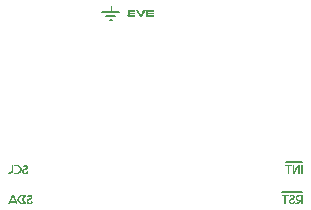
<source format=gbo>
G04 #@! TF.GenerationSoftware,KiCad,Pcbnew,7.0.1*
G04 #@! TF.CreationDate,2023-07-14T19:01:49+02:00*
G04 #@! TF.ProjectId,spectrophotometer_interface,73706563-7472-46f7-9068-6f746f6d6574,rev?*
G04 #@! TF.SameCoordinates,Original*
G04 #@! TF.FileFunction,Legend,Bot*
G04 #@! TF.FilePolarity,Positive*
%FSLAX46Y46*%
G04 Gerber Fmt 4.6, Leading zero omitted, Abs format (unit mm)*
G04 Created by KiCad (PCBNEW 7.0.1) date 2023-07-14 19:01:49*
%MOMM*%
%LPD*%
G01*
G04 APERTURE LIST*
G04 Aperture macros list*
%AMRoundRect*
0 Rectangle with rounded corners*
0 $1 Rounding radius*
0 $2 $3 $4 $5 $6 $7 $8 $9 X,Y pos of 4 corners*
0 Add a 4 corners polygon primitive as box body*
4,1,4,$2,$3,$4,$5,$6,$7,$8,$9,$2,$3,0*
0 Add four circle primitives for the rounded corners*
1,1,$1+$1,$2,$3*
1,1,$1+$1,$4,$5*
1,1,$1+$1,$6,$7*
1,1,$1+$1,$8,$9*
0 Add four rect primitives between the rounded corners*
20,1,$1+$1,$2,$3,$4,$5,0*
20,1,$1+$1,$4,$5,$6,$7,0*
20,1,$1+$1,$6,$7,$8,$9,0*
20,1,$1+$1,$8,$9,$2,$3,0*%
G04 Aperture macros list end*
%ADD10C,0.150000*%
%ADD11C,0.100000*%
%ADD12C,0.120000*%
%ADD13O,2.000000X2.000000*%
%ADD14O,1.700000X1.700000*%
%ADD15R,2.000000X2.000000*%
%ADD16C,2.200000*%
%ADD17O,1.700000X1.950000*%
%ADD18RoundRect,0.250000X-0.600000X-0.725000X0.600000X-0.725000X0.600000X0.725000X-0.600000X0.725000X0*%
G04 APERTURE END LIST*
D10*
X113444840Y-61525000D02*
X114869840Y-61525000D01*
X113144840Y-64050000D02*
X114869840Y-64050000D01*
D11*
G36*
X101802633Y-49233705D02*
G01*
X101790034Y-49233493D01*
X101777789Y-49232863D01*
X101765901Y-49231819D01*
X101754372Y-49230368D01*
X101743206Y-49228515D01*
X101732406Y-49226266D01*
X101721975Y-49223627D01*
X101711915Y-49220604D01*
X101702230Y-49217202D01*
X101692924Y-49213427D01*
X101683998Y-49209285D01*
X101675457Y-49204781D01*
X101667302Y-49199922D01*
X101659538Y-49194713D01*
X101652166Y-49189160D01*
X101645191Y-49183268D01*
X101638615Y-49177044D01*
X101632442Y-49170493D01*
X101626673Y-49163621D01*
X101621313Y-49156434D01*
X101616365Y-49148937D01*
X101611830Y-49141137D01*
X101607713Y-49133038D01*
X101604017Y-49124647D01*
X101600744Y-49115970D01*
X101597898Y-49107011D01*
X101595481Y-49097778D01*
X101593497Y-49088276D01*
X101591948Y-49078510D01*
X101590838Y-49068486D01*
X101590170Y-49058211D01*
X101589947Y-49047689D01*
X101590055Y-49040516D01*
X101590378Y-49033487D01*
X101590910Y-49026605D01*
X101592586Y-49013293D01*
X101595050Y-49000596D01*
X101598266Y-48988536D01*
X101602201Y-48977130D01*
X101606818Y-48966398D01*
X101612085Y-48956358D01*
X101617966Y-48947030D01*
X101624427Y-48938433D01*
X101631433Y-48930586D01*
X101638950Y-48923508D01*
X101646942Y-48917218D01*
X101655377Y-48911734D01*
X101664218Y-48907077D01*
X101673431Y-48903264D01*
X101678167Y-48901681D01*
X101669936Y-48898000D01*
X101662174Y-48893578D01*
X101654890Y-48888437D01*
X101648092Y-48882602D01*
X101641790Y-48876095D01*
X101635990Y-48868941D01*
X101630703Y-48861162D01*
X101625936Y-48852783D01*
X101621698Y-48843827D01*
X101617997Y-48834318D01*
X101614842Y-48824279D01*
X101612242Y-48813733D01*
X101610205Y-48802704D01*
X101608739Y-48791216D01*
X101607854Y-48779292D01*
X101607557Y-48766956D01*
X101607716Y-48758096D01*
X101608197Y-48749377D01*
X101609004Y-48740809D01*
X101610144Y-48732401D01*
X101611621Y-48724161D01*
X101613439Y-48716100D01*
X101615606Y-48708226D01*
X101618125Y-48700548D01*
X101621001Y-48693076D01*
X101624240Y-48685819D01*
X101627847Y-48678785D01*
X101631828Y-48671985D01*
X101636186Y-48665427D01*
X101640928Y-48659121D01*
X101646058Y-48653075D01*
X101651581Y-48647299D01*
X101657504Y-48641802D01*
X101663830Y-48636593D01*
X101670565Y-48631682D01*
X101677714Y-48627077D01*
X101685283Y-48622787D01*
X101693276Y-48618823D01*
X101701698Y-48615193D01*
X101710555Y-48611905D01*
X101719852Y-48608971D01*
X101729594Y-48606397D01*
X101739786Y-48604195D01*
X101750433Y-48602372D01*
X101761540Y-48600939D01*
X101773113Y-48599903D01*
X101785156Y-48599275D01*
X101797675Y-48599064D01*
X102263226Y-48599064D01*
X102263226Y-48757895D01*
X101820243Y-48757895D01*
X101812314Y-48758317D01*
X101805079Y-48759575D01*
X101798558Y-48761659D01*
X101791005Y-48765703D01*
X101784797Y-48771169D01*
X101779978Y-48778031D01*
X101776594Y-48786262D01*
X101775022Y-48793320D01*
X101774301Y-48801122D01*
X101774252Y-48803886D01*
X101774686Y-48811955D01*
X101775977Y-48819319D01*
X101778104Y-48825960D01*
X101782211Y-48833654D01*
X101787730Y-48839979D01*
X101794616Y-48844891D01*
X101802825Y-48848343D01*
X101809824Y-48849946D01*
X101817524Y-48850682D01*
X101820243Y-48850732D01*
X102256388Y-48850732D01*
X102256388Y-48982037D01*
X101810498Y-48982037D01*
X101801997Y-48982505D01*
X101794209Y-48983891D01*
X101787160Y-48986164D01*
X101780877Y-48989295D01*
X101773739Y-48994753D01*
X101768076Y-49001613D01*
X101764835Y-49007637D01*
X101762486Y-49014380D01*
X101761057Y-49021814D01*
X101760575Y-49029908D01*
X101761057Y-49037515D01*
X101762486Y-49044454D01*
X101765817Y-49052639D01*
X101770719Y-49059565D01*
X101777128Y-49065189D01*
X101784979Y-49069470D01*
X101791776Y-49071774D01*
X101799321Y-49073280D01*
X101807587Y-49073972D01*
X101810498Y-49074019D01*
X102263226Y-49074019D01*
X102263226Y-49233705D01*
X101802633Y-49233705D01*
G37*
G36*
X101158760Y-49233705D02*
G01*
X101149592Y-49233294D01*
X101140842Y-49232062D01*
X101132516Y-49230009D01*
X101124617Y-49227132D01*
X101117149Y-49223431D01*
X101110118Y-49218906D01*
X101103527Y-49213555D01*
X101097379Y-49207378D01*
X101091681Y-49200373D01*
X101086435Y-49192541D01*
X101083192Y-49186859D01*
X100756981Y-48599064D01*
X100950006Y-48599064D01*
X101178422Y-49028711D01*
X101406667Y-48599064D01*
X101599692Y-48599064D01*
X101274336Y-49186859D01*
X101269413Y-49195244D01*
X101263982Y-49202800D01*
X101258059Y-49209529D01*
X101251658Y-49215430D01*
X101244795Y-49220506D01*
X101237485Y-49224756D01*
X101229744Y-49228182D01*
X101221586Y-49230785D01*
X101213028Y-49232564D01*
X101204083Y-49233522D01*
X101197912Y-49233705D01*
X101158760Y-49233705D01*
G37*
G36*
X100258432Y-49233705D02*
G01*
X100245833Y-49233493D01*
X100233588Y-49232863D01*
X100221700Y-49231819D01*
X100210171Y-49230368D01*
X100199005Y-49228515D01*
X100188205Y-49226266D01*
X100177774Y-49223627D01*
X100167714Y-49220604D01*
X100158030Y-49217202D01*
X100148723Y-49213427D01*
X100139797Y-49209285D01*
X100131256Y-49204781D01*
X100123101Y-49199922D01*
X100115337Y-49194713D01*
X100107965Y-49189160D01*
X100100990Y-49183268D01*
X100094414Y-49177044D01*
X100088241Y-49170493D01*
X100082472Y-49163621D01*
X100077112Y-49156434D01*
X100072164Y-49148937D01*
X100067629Y-49141137D01*
X100063512Y-49133038D01*
X100059816Y-49124647D01*
X100056543Y-49115970D01*
X100053697Y-49107011D01*
X100051280Y-49097778D01*
X100049296Y-49088276D01*
X100047747Y-49078510D01*
X100046637Y-49068486D01*
X100045969Y-49058211D01*
X100045746Y-49047689D01*
X100045854Y-49040516D01*
X100046177Y-49033487D01*
X100046709Y-49026605D01*
X100048386Y-49013293D01*
X100050849Y-49000596D01*
X100054065Y-48988536D01*
X100058000Y-48977130D01*
X100062618Y-48966398D01*
X100067884Y-48956358D01*
X100073765Y-48947030D01*
X100080226Y-48938433D01*
X100087232Y-48930586D01*
X100094749Y-48923508D01*
X100102741Y-48917218D01*
X100111176Y-48911734D01*
X100120017Y-48907077D01*
X100129231Y-48903264D01*
X100133966Y-48901681D01*
X100125735Y-48898000D01*
X100117973Y-48893578D01*
X100110689Y-48888437D01*
X100103891Y-48882602D01*
X100097589Y-48876095D01*
X100091789Y-48868941D01*
X100086502Y-48861162D01*
X100081735Y-48852783D01*
X100077497Y-48843827D01*
X100073796Y-48834318D01*
X100070641Y-48824279D01*
X100068041Y-48813733D01*
X100066004Y-48802704D01*
X100064538Y-48791216D01*
X100063653Y-48779292D01*
X100063356Y-48766956D01*
X100063515Y-48758096D01*
X100063996Y-48749377D01*
X100064803Y-48740809D01*
X100065943Y-48732401D01*
X100067420Y-48724161D01*
X100069239Y-48716100D01*
X100071405Y-48708226D01*
X100073924Y-48700548D01*
X100076800Y-48693076D01*
X100080039Y-48685819D01*
X100083646Y-48678785D01*
X100087627Y-48671985D01*
X100091985Y-48665427D01*
X100096727Y-48659121D01*
X100101857Y-48653075D01*
X100107380Y-48647299D01*
X100113303Y-48641802D01*
X100119629Y-48636593D01*
X100126364Y-48631682D01*
X100133513Y-48627077D01*
X100141082Y-48622787D01*
X100149075Y-48618823D01*
X100157497Y-48615193D01*
X100166354Y-48611905D01*
X100175651Y-48608971D01*
X100185393Y-48606397D01*
X100195585Y-48604195D01*
X100206232Y-48602372D01*
X100217339Y-48600939D01*
X100228912Y-48599903D01*
X100240955Y-48599275D01*
X100253474Y-48599064D01*
X100719026Y-48599064D01*
X100719026Y-48757895D01*
X100276042Y-48757895D01*
X100268113Y-48758317D01*
X100260878Y-48759575D01*
X100254357Y-48761659D01*
X100246804Y-48765703D01*
X100240596Y-48771169D01*
X100235777Y-48778031D01*
X100232393Y-48786262D01*
X100230821Y-48793320D01*
X100230100Y-48801122D01*
X100230051Y-48803886D01*
X100230486Y-48811955D01*
X100231776Y-48819319D01*
X100233903Y-48825960D01*
X100238010Y-48833654D01*
X100243529Y-48839979D01*
X100250415Y-48844891D01*
X100258624Y-48848343D01*
X100265623Y-48849946D01*
X100273323Y-48850682D01*
X100276042Y-48850732D01*
X100712187Y-48850732D01*
X100712187Y-48982037D01*
X100266297Y-48982037D01*
X100257796Y-48982505D01*
X100250008Y-48983891D01*
X100242959Y-48986164D01*
X100236676Y-48989295D01*
X100229538Y-48994753D01*
X100223875Y-49001613D01*
X100220634Y-49007637D01*
X100218285Y-49014380D01*
X100216856Y-49021814D01*
X100216374Y-49029908D01*
X100216856Y-49037515D01*
X100218285Y-49044454D01*
X100221616Y-49052639D01*
X100226518Y-49059565D01*
X100232927Y-49065189D01*
X100240778Y-49069470D01*
X100247575Y-49071774D01*
X100255120Y-49073280D01*
X100263386Y-49073972D01*
X100266297Y-49074019D01*
X100719026Y-49074019D01*
X100719026Y-49233705D01*
X100258432Y-49233705D01*
G37*
D10*
X97909840Y-48782500D02*
X98619840Y-48782500D01*
X98709840Y-49432500D02*
X98634840Y-49432500D01*
X98234840Y-49107500D02*
X98634840Y-49107500D01*
X98559840Y-49432500D02*
X98634840Y-49432500D01*
D12*
X98619840Y-48782500D02*
X98619840Y-48275000D01*
D10*
X99034840Y-49107500D02*
X98634840Y-49107500D01*
X98619840Y-48782500D02*
X99329840Y-48782500D01*
D11*
G36*
X114824374Y-64268130D02*
G01*
X114834019Y-64270323D01*
X114843042Y-64273847D01*
X114851336Y-64278596D01*
X114858797Y-64284461D01*
X114865320Y-64291335D01*
X114870799Y-64299112D01*
X114875128Y-64307684D01*
X114878203Y-64316944D01*
X114879918Y-64326784D01*
X114880254Y-64333613D01*
X114880254Y-64984276D01*
X114879762Y-64993945D01*
X114878266Y-65002832D01*
X114875734Y-65010988D01*
X114872135Y-65018461D01*
X114867438Y-65025301D01*
X114861610Y-65031557D01*
X114858956Y-65033907D01*
X114858956Y-65036056D01*
X114852088Y-65041485D01*
X114845022Y-65046038D01*
X114837729Y-65049697D01*
X114830185Y-65052443D01*
X114822362Y-65054259D01*
X114814233Y-65055127D01*
X114810889Y-65055205D01*
X114803021Y-65054716D01*
X114795201Y-65053246D01*
X114787480Y-65050785D01*
X114779907Y-65047324D01*
X114772530Y-65042854D01*
X114765399Y-65037366D01*
X114762627Y-65034883D01*
X114756320Y-65027473D01*
X114751486Y-65019566D01*
X114747930Y-65010885D01*
X114745457Y-65001154D01*
X114744195Y-64992998D01*
X114743352Y-64983979D01*
X114742843Y-64973979D01*
X114742589Y-64962881D01*
X114742519Y-64954815D01*
X114742501Y-64946174D01*
X114742537Y-64938139D01*
X114742710Y-64929464D01*
X114743060Y-64920330D01*
X114743567Y-64911412D01*
X114743674Y-64909831D01*
X114743674Y-64900783D01*
X114743674Y-64892119D01*
X114743674Y-64882187D01*
X114743674Y-64873903D01*
X114743674Y-64864903D01*
X114743674Y-64855186D01*
X114743674Y-64844751D01*
X114743674Y-64833597D01*
X114743674Y-64825761D01*
X114743674Y-64817605D01*
X114725697Y-64817605D01*
X114718662Y-64831765D01*
X114711022Y-64845518D01*
X114702809Y-64858863D01*
X114694057Y-64871796D01*
X114684797Y-64884315D01*
X114675062Y-64896417D01*
X114664883Y-64908098D01*
X114654293Y-64919357D01*
X114643324Y-64930189D01*
X114632008Y-64940593D01*
X114620378Y-64950565D01*
X114608465Y-64960102D01*
X114596303Y-64969203D01*
X114583922Y-64977863D01*
X114571355Y-64986080D01*
X114558635Y-64993851D01*
X114545794Y-65001173D01*
X114532863Y-65008043D01*
X114519876Y-65014460D01*
X114506863Y-65020418D01*
X114493859Y-65025917D01*
X114480893Y-65030952D01*
X114468000Y-65035521D01*
X114455211Y-65039622D01*
X114442558Y-65043251D01*
X114430073Y-65046405D01*
X114417789Y-65049082D01*
X114405738Y-65051278D01*
X114393952Y-65052992D01*
X114382463Y-65054219D01*
X114371303Y-65054958D01*
X114360505Y-65055205D01*
X114349791Y-65054941D01*
X114339506Y-65054149D01*
X114329687Y-65052827D01*
X114320370Y-65050973D01*
X114311592Y-65048586D01*
X114303387Y-65045663D01*
X114295793Y-65042203D01*
X114288845Y-65038205D01*
X114279713Y-65031194D01*
X114272239Y-65022961D01*
X114266543Y-65013501D01*
X114262748Y-65002808D01*
X114261334Y-64994991D01*
X114260854Y-64986621D01*
X114261375Y-64976385D01*
X114262906Y-64967378D01*
X114265402Y-64959508D01*
X114273102Y-64946818D01*
X114284106Y-64937586D01*
X114298044Y-64931082D01*
X114305999Y-64928626D01*
X114314548Y-64926579D01*
X114323647Y-64924849D01*
X114333248Y-64923345D01*
X114343307Y-64921977D01*
X114353775Y-64920654D01*
X114364609Y-64919283D01*
X114375760Y-64917775D01*
X114387184Y-64916037D01*
X114398834Y-64913980D01*
X114410663Y-64911511D01*
X114422626Y-64908539D01*
X114434677Y-64904974D01*
X114446769Y-64900724D01*
X114458856Y-64895699D01*
X114470892Y-64889806D01*
X114482831Y-64882955D01*
X114494627Y-64875055D01*
X114506234Y-64866015D01*
X114517605Y-64855743D01*
X114528694Y-64844149D01*
X114539455Y-64831141D01*
X114549842Y-64816628D01*
X114536492Y-64814984D01*
X114523340Y-64812806D01*
X114510402Y-64810104D01*
X114497692Y-64806889D01*
X114485226Y-64803169D01*
X114473018Y-64798955D01*
X114461082Y-64794258D01*
X114449434Y-64789087D01*
X114438089Y-64783451D01*
X114427060Y-64777362D01*
X114416363Y-64770829D01*
X114406012Y-64763861D01*
X114396023Y-64756470D01*
X114386410Y-64748665D01*
X114377187Y-64740455D01*
X114368370Y-64731851D01*
X114359973Y-64722864D01*
X114352011Y-64713502D01*
X114344498Y-64703776D01*
X114337450Y-64693696D01*
X114330882Y-64683271D01*
X114324806Y-64672513D01*
X114319240Y-64661430D01*
X114314197Y-64650033D01*
X114309692Y-64638332D01*
X114305740Y-64626336D01*
X114302355Y-64614057D01*
X114299553Y-64601502D01*
X114297348Y-64588684D01*
X114295755Y-64575611D01*
X114294788Y-64562294D01*
X114294462Y-64548743D01*
X114294597Y-64543570D01*
X114431042Y-64543570D01*
X114431238Y-64549915D01*
X114431767Y-64561369D01*
X114433368Y-64572939D01*
X114436068Y-64584507D01*
X114439890Y-64595955D01*
X114444860Y-64607164D01*
X114451001Y-64618017D01*
X114458339Y-64628397D01*
X114466898Y-64638184D01*
X114476702Y-64647262D01*
X114487777Y-64655512D01*
X114500146Y-64662816D01*
X114513835Y-64669057D01*
X114521182Y-64671741D01*
X114528868Y-64674116D01*
X114536896Y-64676165D01*
X114545270Y-64677875D01*
X114553992Y-64679231D01*
X114563065Y-64680218D01*
X114572493Y-64680820D01*
X114582278Y-64681024D01*
X114743674Y-64681024D01*
X114743674Y-64404151D01*
X114582278Y-64404151D01*
X114570555Y-64404512D01*
X114559276Y-64405573D01*
X114548444Y-64407303D01*
X114538064Y-64409668D01*
X114528140Y-64412636D01*
X114518675Y-64416176D01*
X114509674Y-64420254D01*
X114501140Y-64424838D01*
X114493079Y-64429897D01*
X114485493Y-64435397D01*
X114478387Y-64441306D01*
X114471764Y-64447592D01*
X114465629Y-64454223D01*
X114459986Y-64461167D01*
X114454839Y-64468390D01*
X114450191Y-64475860D01*
X114446276Y-64483308D01*
X114442926Y-64490471D01*
X114438867Y-64500638D01*
X114435839Y-64510054D01*
X114433694Y-64518653D01*
X114432288Y-64526370D01*
X114431310Y-64535173D01*
X114431042Y-64543570D01*
X114294597Y-64543570D01*
X114294843Y-64534131D01*
X114295973Y-64519726D01*
X114297832Y-64505545D01*
X114300402Y-64491605D01*
X114303662Y-64477922D01*
X114307595Y-64464513D01*
X114312179Y-64451395D01*
X114317397Y-64438586D01*
X114323228Y-64426101D01*
X114329653Y-64413958D01*
X114336654Y-64402174D01*
X114344210Y-64390765D01*
X114352302Y-64379748D01*
X114360912Y-64369141D01*
X114370019Y-64358959D01*
X114379605Y-64349221D01*
X114389650Y-64339941D01*
X114400135Y-64331139D01*
X114411040Y-64322830D01*
X114422346Y-64315031D01*
X114434034Y-64307759D01*
X114446085Y-64301031D01*
X114458479Y-64294864D01*
X114471196Y-64289274D01*
X114484218Y-64284279D01*
X114497526Y-64279895D01*
X114511099Y-64276140D01*
X114524919Y-64273029D01*
X114538966Y-64270581D01*
X114553221Y-64268811D01*
X114567665Y-64267737D01*
X114582278Y-64267375D01*
X114814211Y-64267375D01*
X114824374Y-64268130D01*
G37*
G36*
X114220603Y-64915302D02*
G01*
X114216255Y-64925479D01*
X114211608Y-64935312D01*
X114206669Y-64944802D01*
X114201450Y-64953950D01*
X114195958Y-64962758D01*
X114190203Y-64971228D01*
X114184195Y-64979359D01*
X114177943Y-64987155D01*
X114171456Y-64994617D01*
X114164743Y-65001745D01*
X114157813Y-65008541D01*
X114150677Y-65015007D01*
X114143342Y-65021144D01*
X114135819Y-65026953D01*
X114128116Y-65032436D01*
X114120244Y-65037595D01*
X114112210Y-65042429D01*
X114104025Y-65046942D01*
X114095698Y-65051134D01*
X114087237Y-65055007D01*
X114078653Y-65058562D01*
X114069954Y-65061801D01*
X114061150Y-65064724D01*
X114052250Y-65067334D01*
X114043263Y-65069632D01*
X114034198Y-65071619D01*
X114025066Y-65073296D01*
X114015875Y-65074665D01*
X114006634Y-65075727D01*
X113997352Y-65076485D01*
X113988039Y-65076938D01*
X113978705Y-65077089D01*
X113967366Y-65076859D01*
X113956039Y-65076173D01*
X113944744Y-65075030D01*
X113933500Y-65073433D01*
X113922327Y-65071384D01*
X113911243Y-65068884D01*
X113900268Y-65065935D01*
X113889422Y-65062538D01*
X113878723Y-65058695D01*
X113868192Y-65054408D01*
X113857847Y-65049678D01*
X113847707Y-65044507D01*
X113837792Y-65038897D01*
X113828122Y-65032850D01*
X113818715Y-65026366D01*
X113809591Y-65019447D01*
X113800770Y-65012096D01*
X113792270Y-65004314D01*
X113784111Y-64996102D01*
X113776312Y-64987463D01*
X113768892Y-64978397D01*
X113761872Y-64968907D01*
X113755269Y-64958994D01*
X113749105Y-64948660D01*
X113743396Y-64937906D01*
X113738165Y-64926734D01*
X113733428Y-64915146D01*
X113729206Y-64903143D01*
X113725519Y-64890727D01*
X113722385Y-64877900D01*
X113719823Y-64864663D01*
X113717854Y-64851017D01*
X113717097Y-64842719D01*
X113716413Y-64834526D01*
X113715877Y-64826486D01*
X113715562Y-64818651D01*
X113715509Y-64814283D01*
X113715645Y-64804886D01*
X113716075Y-64795254D01*
X113716833Y-64785415D01*
X113717951Y-64775400D01*
X113719464Y-64765238D01*
X113721403Y-64754960D01*
X113723802Y-64744594D01*
X113726695Y-64734172D01*
X113730115Y-64723722D01*
X113734094Y-64713274D01*
X113738667Y-64702858D01*
X113743866Y-64692504D01*
X113749724Y-64682241D01*
X113756275Y-64672100D01*
X113763551Y-64662111D01*
X113771587Y-64652301D01*
X113780279Y-64642857D01*
X113789578Y-64633881D01*
X113799484Y-64625393D01*
X113810000Y-64617411D01*
X113821128Y-64609957D01*
X113832868Y-64603048D01*
X113845224Y-64596706D01*
X113858196Y-64590948D01*
X113871786Y-64585794D01*
X113885996Y-64581265D01*
X113900828Y-64577379D01*
X113908477Y-64575683D01*
X113916283Y-64574156D01*
X113924245Y-64572799D01*
X113932363Y-64571615D01*
X113940638Y-64570607D01*
X113949070Y-64569776D01*
X113957659Y-64569126D01*
X113966406Y-64568659D01*
X113975310Y-64568377D01*
X113984371Y-64568282D01*
X113993828Y-64567826D01*
X114002836Y-64566465D01*
X114011368Y-64564212D01*
X114019396Y-64561077D01*
X114026893Y-64557072D01*
X114033831Y-64552208D01*
X114040182Y-64546497D01*
X114045921Y-64539950D01*
X114051188Y-64533120D01*
X114055674Y-64526564D01*
X114061070Y-64517282D01*
X114065051Y-64508715D01*
X114067822Y-64500921D01*
X114069989Y-64491833D01*
X114070930Y-64482768D01*
X114070655Y-64474848D01*
X114070540Y-64473320D01*
X114069881Y-64461946D01*
X114067863Y-64450620D01*
X114064424Y-64439576D01*
X114059505Y-64429048D01*
X114053044Y-64419269D01*
X114047850Y-64413282D01*
X114041925Y-64407801D01*
X114035253Y-64402896D01*
X114027814Y-64398635D01*
X114019591Y-64395089D01*
X114010565Y-64392326D01*
X114000719Y-64390416D01*
X113990034Y-64389428D01*
X113984371Y-64389301D01*
X113969961Y-64390220D01*
X113957616Y-64392819D01*
X113947069Y-64396856D01*
X113938051Y-64402093D01*
X113930292Y-64408289D01*
X113923523Y-64415205D01*
X113917475Y-64422601D01*
X113911880Y-64430236D01*
X113906468Y-64437871D01*
X113900970Y-64445267D01*
X113895117Y-64452183D01*
X113888640Y-64458379D01*
X113881271Y-64463616D01*
X113872739Y-64467653D01*
X113862776Y-64470252D01*
X113851113Y-64471171D01*
X113836989Y-64470551D01*
X113824417Y-64468742D01*
X113813358Y-64465824D01*
X113803776Y-64461877D01*
X113795634Y-64456979D01*
X113788894Y-64451210D01*
X113783519Y-64444648D01*
X113779473Y-64437374D01*
X113776718Y-64429466D01*
X113775217Y-64421003D01*
X113774932Y-64412066D01*
X113775828Y-64402732D01*
X113777866Y-64393081D01*
X113781011Y-64383193D01*
X113785223Y-64373146D01*
X113790467Y-64363020D01*
X113796705Y-64352894D01*
X113803901Y-64342848D01*
X113812017Y-64332959D01*
X113821015Y-64323309D01*
X113830860Y-64313975D01*
X113841513Y-64305037D01*
X113852939Y-64296575D01*
X113865099Y-64288667D01*
X113877956Y-64281392D01*
X113891474Y-64274831D01*
X113905615Y-64269062D01*
X113920342Y-64264164D01*
X113935618Y-64260216D01*
X113951407Y-64257299D01*
X113967670Y-64255490D01*
X113984371Y-64254870D01*
X113993417Y-64255013D01*
X114002271Y-64255441D01*
X114010935Y-64256145D01*
X114019408Y-64257120D01*
X114027691Y-64258361D01*
X114035784Y-64259859D01*
X114043687Y-64261610D01*
X114051401Y-64263607D01*
X114058926Y-64265844D01*
X114073408Y-64271013D01*
X114087137Y-64277066D01*
X114100115Y-64283954D01*
X114112342Y-64291627D01*
X114123822Y-64300036D01*
X114134556Y-64309130D01*
X114144546Y-64318860D01*
X114153794Y-64329175D01*
X114162303Y-64340027D01*
X114170074Y-64351365D01*
X114177110Y-64363140D01*
X114180352Y-64369175D01*
X114184871Y-64378082D01*
X114188972Y-64386661D01*
X114192649Y-64394906D01*
X114195897Y-64402807D01*
X114198710Y-64410359D01*
X114201772Y-64419869D01*
X114204037Y-64428725D01*
X114205490Y-64436907D01*
X114206144Y-64446161D01*
X114206221Y-64454621D01*
X114206464Y-64462940D01*
X114206893Y-64470962D01*
X114207316Y-64476642D01*
X114207099Y-64486407D01*
X114206446Y-64496197D01*
X114205357Y-64505990D01*
X114203828Y-64515764D01*
X114201860Y-64525498D01*
X114199449Y-64535168D01*
X114196595Y-64544753D01*
X114193297Y-64554232D01*
X114189552Y-64563582D01*
X114185358Y-64572781D01*
X114180715Y-64581807D01*
X114175621Y-64590639D01*
X114170074Y-64599253D01*
X114164073Y-64607630D01*
X114157616Y-64615745D01*
X114150701Y-64623579D01*
X114143327Y-64631107D01*
X114135492Y-64638309D01*
X114127195Y-64645163D01*
X114118435Y-64651646D01*
X114109209Y-64657737D01*
X114099516Y-64663413D01*
X114089354Y-64668653D01*
X114078722Y-64673435D01*
X114067619Y-64677736D01*
X114056042Y-64681535D01*
X114043991Y-64684810D01*
X114031463Y-64687539D01*
X114018457Y-64689699D01*
X114004972Y-64691270D01*
X113991005Y-64692228D01*
X113976556Y-64692553D01*
X113961799Y-64693270D01*
X113947975Y-64695362D01*
X113935086Y-64698735D01*
X113923133Y-64703299D01*
X113912119Y-64708963D01*
X113902045Y-64715634D01*
X113892914Y-64723220D01*
X113884726Y-64731632D01*
X113877486Y-64740775D01*
X113871193Y-64750560D01*
X113865851Y-64760895D01*
X113861460Y-64771687D01*
X113858024Y-64782846D01*
X113855543Y-64794280D01*
X113854020Y-64805897D01*
X113853457Y-64817605D01*
X113853856Y-64829313D01*
X113855218Y-64840930D01*
X113857546Y-64852364D01*
X113860842Y-64863523D01*
X113865107Y-64874315D01*
X113870343Y-64884650D01*
X113876553Y-64894435D01*
X113883737Y-64903579D01*
X113891899Y-64911990D01*
X113901040Y-64919576D01*
X113911162Y-64926247D01*
X113922267Y-64931911D01*
X113934357Y-64936475D01*
X113947434Y-64939849D01*
X113961499Y-64941940D01*
X113976556Y-64942657D01*
X113986534Y-64942273D01*
X113996300Y-64941139D01*
X114005824Y-64939283D01*
X114015076Y-64936735D01*
X114024027Y-64933522D01*
X114032647Y-64929674D01*
X114040908Y-64925220D01*
X114048778Y-64920187D01*
X114056230Y-64914605D01*
X114063233Y-64908502D01*
X114069759Y-64901906D01*
X114075776Y-64894847D01*
X114081257Y-64887353D01*
X114086171Y-64879452D01*
X114090490Y-64871173D01*
X114094183Y-64862546D01*
X114097903Y-64854263D01*
X114102116Y-64846880D01*
X114106791Y-64840377D01*
X114113687Y-64833043D01*
X114121272Y-64827199D01*
X114129471Y-64822800D01*
X114138206Y-64819803D01*
X114147404Y-64818164D01*
X114154560Y-64817800D01*
X114162918Y-64818271D01*
X114171089Y-64819657D01*
X114178994Y-64821922D01*
X114186556Y-64825030D01*
X114193696Y-64828944D01*
X114200337Y-64833627D01*
X114206401Y-64839043D01*
X114211810Y-64845156D01*
X114216633Y-64851648D01*
X114221127Y-64859556D01*
X114224173Y-64867017D01*
X114226308Y-64875053D01*
X114227363Y-64883549D01*
X114227442Y-64886579D01*
X114226761Y-64895225D01*
X114225003Y-64903183D01*
X114222187Y-64911471D01*
X114220603Y-64915302D01*
G37*
G36*
X113713750Y-64335763D02*
G01*
X113713134Y-64345487D01*
X113711292Y-64354989D01*
X113708234Y-64364109D01*
X113703972Y-64372685D01*
X113698516Y-64380559D01*
X113691876Y-64387569D01*
X113684064Y-64393555D01*
X113675090Y-64398356D01*
X113664964Y-64401813D01*
X113653697Y-64403765D01*
X113645558Y-64404151D01*
X113478691Y-64404151D01*
X113478691Y-64986621D01*
X113478305Y-64994797D01*
X113476353Y-65006118D01*
X113472896Y-65016297D01*
X113468095Y-65025321D01*
X113462109Y-65033180D01*
X113455099Y-65039861D01*
X113447226Y-65045354D01*
X113438649Y-65049646D01*
X113429529Y-65052726D01*
X113420027Y-65054583D01*
X113410303Y-65055205D01*
X113400579Y-65054583D01*
X113391077Y-65052726D01*
X113381957Y-65049646D01*
X113373380Y-65045354D01*
X113365507Y-65039861D01*
X113358497Y-65033180D01*
X113352511Y-65025321D01*
X113347710Y-65016297D01*
X113344253Y-65006118D01*
X113342301Y-64994797D01*
X113341915Y-64986621D01*
X113341915Y-64404151D01*
X113175048Y-64404151D01*
X113166713Y-64403765D01*
X113158926Y-64402641D01*
X113148271Y-64399678D01*
X113138840Y-64395330D01*
X113130630Y-64389764D01*
X113123635Y-64383146D01*
X113117851Y-64375641D01*
X113113273Y-64367417D01*
X113109896Y-64358638D01*
X113107716Y-64349472D01*
X113106726Y-64340085D01*
X113106660Y-64336935D01*
X113107689Y-64328706D01*
X113107833Y-64323453D01*
X113109173Y-64315329D01*
X113112601Y-64307103D01*
X113116542Y-64300233D01*
X113121649Y-64292703D01*
X113124637Y-64288673D01*
X113130338Y-64282450D01*
X113136825Y-64277326D01*
X113144111Y-64273282D01*
X113152211Y-64270301D01*
X113161138Y-64268365D01*
X113170904Y-64267455D01*
X113175048Y-64267375D01*
X113645558Y-64267375D01*
X113653891Y-64267761D01*
X113661671Y-64268887D01*
X113672312Y-64271860D01*
X113681721Y-64276231D01*
X113689906Y-64281840D01*
X113696873Y-64288526D01*
X113702630Y-64296130D01*
X113707183Y-64304490D01*
X113710538Y-64313446D01*
X113712704Y-64322839D01*
X113713685Y-64332507D01*
X113713750Y-64335763D01*
G37*
G36*
X114880254Y-61796154D02*
G01*
X114880254Y-62446621D01*
X114879868Y-62454797D01*
X114877917Y-62466118D01*
X114874463Y-62476297D01*
X114869666Y-62485321D01*
X114863688Y-62493180D01*
X114856692Y-62499861D01*
X114848837Y-62505354D01*
X114840285Y-62509646D01*
X114831197Y-62512726D01*
X114821736Y-62514583D01*
X114812062Y-62515205D01*
X114802337Y-62514583D01*
X114792835Y-62512726D01*
X114783716Y-62509646D01*
X114775139Y-62505354D01*
X114767266Y-62499861D01*
X114760256Y-62493180D01*
X114754270Y-62485321D01*
X114749468Y-62476297D01*
X114746011Y-62466118D01*
X114744060Y-62454797D01*
X114743674Y-62446621D01*
X114743674Y-61796154D01*
X114744060Y-61787782D01*
X114745186Y-61779959D01*
X114748159Y-61769250D01*
X114752530Y-61759768D01*
X114758139Y-61751510D01*
X114764825Y-61744472D01*
X114772428Y-61738649D01*
X114780789Y-61734039D01*
X114789745Y-61730637D01*
X114799137Y-61728439D01*
X114808805Y-61727441D01*
X114812062Y-61727375D01*
X114821736Y-61727973D01*
X114831197Y-61729770D01*
X114840285Y-61732771D01*
X114848837Y-61736978D01*
X114856692Y-61742396D01*
X114863688Y-61749029D01*
X114869666Y-61756880D01*
X114874463Y-61765953D01*
X114877917Y-61776252D01*
X114879868Y-61787782D01*
X114880254Y-61796154D01*
G37*
G36*
X114654378Y-61816475D02*
G01*
X114654378Y-62446621D01*
X114653993Y-62454991D01*
X114652867Y-62462808D01*
X114649895Y-62473501D01*
X114645528Y-62482961D01*
X114639926Y-62491194D01*
X114633251Y-62498205D01*
X114625665Y-62504000D01*
X114617327Y-62508586D01*
X114608400Y-62511967D01*
X114599046Y-62514149D01*
X114589424Y-62515139D01*
X114586186Y-62515205D01*
X114576433Y-62514588D01*
X114566851Y-62512743D01*
X114557614Y-62509679D01*
X114548892Y-62505405D01*
X114540858Y-62499930D01*
X114533684Y-62493261D01*
X114527542Y-62485408D01*
X114522603Y-62476379D01*
X114519040Y-62466183D01*
X114517025Y-62454830D01*
X114516625Y-62446621D01*
X114516625Y-61929022D01*
X114506018Y-61936747D01*
X114495421Y-61945358D01*
X114484849Y-61954822D01*
X114474319Y-61965107D01*
X114463847Y-61976181D01*
X114453449Y-61988012D01*
X114443142Y-62000569D01*
X114432942Y-62013820D01*
X114422865Y-62027732D01*
X114412927Y-62042273D01*
X114403144Y-62057412D01*
X114393534Y-62073116D01*
X114384111Y-62089354D01*
X114374893Y-62106094D01*
X114365896Y-62123304D01*
X114357135Y-62140951D01*
X114348627Y-62159004D01*
X114340389Y-62177432D01*
X114332435Y-62196201D01*
X114324784Y-62215280D01*
X114317451Y-62234637D01*
X114310452Y-62254241D01*
X114303803Y-62274058D01*
X114297521Y-62294058D01*
X114291622Y-62314208D01*
X114286123Y-62334476D01*
X114281038Y-62354831D01*
X114276386Y-62375240D01*
X114272181Y-62395672D01*
X114268441Y-62416094D01*
X114265181Y-62436474D01*
X114262418Y-62456782D01*
X114260822Y-62466305D01*
X114257976Y-62475161D01*
X114253990Y-62483291D01*
X114248974Y-62490637D01*
X114243039Y-62497139D01*
X114236294Y-62502739D01*
X114228850Y-62507377D01*
X114220817Y-62510994D01*
X114212304Y-62513533D01*
X114203423Y-62514933D01*
X114197351Y-62515205D01*
X114113332Y-62515205D01*
X114103440Y-62514426D01*
X114093959Y-62512173D01*
X114085012Y-62508565D01*
X114076722Y-62503726D01*
X114069210Y-62497776D01*
X114062601Y-62490838D01*
X114057017Y-62483033D01*
X114052579Y-62474483D01*
X114049412Y-62465310D01*
X114047637Y-62455635D01*
X114047288Y-62448966D01*
X114047288Y-61796154D01*
X114047674Y-61787782D01*
X114048800Y-61779959D01*
X114051773Y-61769250D01*
X114056145Y-61759768D01*
X114061754Y-61751510D01*
X114068440Y-61744472D01*
X114076043Y-61738649D01*
X114084403Y-61734039D01*
X114093360Y-61730637D01*
X114102752Y-61728439D01*
X114112420Y-61727441D01*
X114115676Y-61727375D01*
X114125425Y-61727973D01*
X114134993Y-61729770D01*
X114144211Y-61732771D01*
X114152908Y-61736978D01*
X114160915Y-61742396D01*
X114168062Y-61749029D01*
X114174178Y-61756880D01*
X114179094Y-61765953D01*
X114182639Y-61776252D01*
X114184644Y-61787782D01*
X114185041Y-61796154D01*
X114185041Y-62266663D01*
X114189850Y-62238647D01*
X114195809Y-62211182D01*
X114202854Y-62184288D01*
X114210923Y-62157989D01*
X114219953Y-62132307D01*
X114229881Y-62107264D01*
X114240645Y-62082883D01*
X114252181Y-62059185D01*
X114264426Y-62036193D01*
X114277318Y-62013928D01*
X114290794Y-61992415D01*
X114304791Y-61971673D01*
X114319246Y-61951727D01*
X114334096Y-61932598D01*
X114349279Y-61914308D01*
X114364731Y-61896879D01*
X114380390Y-61880335D01*
X114396192Y-61864696D01*
X114412076Y-61849986D01*
X114427977Y-61836227D01*
X114443834Y-61823440D01*
X114459583Y-61811649D01*
X114475162Y-61800875D01*
X114490507Y-61791140D01*
X114505556Y-61782468D01*
X114520246Y-61774880D01*
X114534513Y-61768398D01*
X114548297Y-61763044D01*
X114561532Y-61758842D01*
X114574157Y-61755812D01*
X114586108Y-61753978D01*
X114597323Y-61753362D01*
X114606767Y-61753872D01*
X114615504Y-61755419D01*
X114623484Y-61758032D01*
X114630660Y-61761739D01*
X114636983Y-61766568D01*
X114642406Y-61772547D01*
X114646879Y-61779704D01*
X114650355Y-61788066D01*
X114652784Y-61797662D01*
X114654120Y-61808521D01*
X114654378Y-61816475D01*
G37*
G36*
X113990429Y-61795763D02*
G01*
X113989812Y-61805487D01*
X113987970Y-61814989D01*
X113984912Y-61824109D01*
X113980650Y-61832685D01*
X113975194Y-61840559D01*
X113968555Y-61847569D01*
X113960742Y-61853555D01*
X113951768Y-61858356D01*
X113941642Y-61861813D01*
X113930376Y-61863765D01*
X113922236Y-61864151D01*
X113755369Y-61864151D01*
X113755369Y-62446621D01*
X113754983Y-62454797D01*
X113753032Y-62466118D01*
X113749575Y-62476297D01*
X113744773Y-62485321D01*
X113738787Y-62493180D01*
X113731777Y-62499861D01*
X113723904Y-62505354D01*
X113715327Y-62509646D01*
X113706208Y-62512726D01*
X113696706Y-62514583D01*
X113686981Y-62515205D01*
X113677257Y-62514583D01*
X113667755Y-62512726D01*
X113658635Y-62509646D01*
X113650059Y-62505354D01*
X113642185Y-62499861D01*
X113635175Y-62493180D01*
X113629190Y-62485321D01*
X113624388Y-62476297D01*
X113620931Y-62466118D01*
X113618979Y-62454797D01*
X113618593Y-62446621D01*
X113618593Y-61864151D01*
X113451727Y-61864151D01*
X113443392Y-61863765D01*
X113435605Y-61862641D01*
X113424949Y-61859678D01*
X113415518Y-61855330D01*
X113407308Y-61849764D01*
X113400314Y-61843146D01*
X113394530Y-61835641D01*
X113389952Y-61827417D01*
X113386575Y-61818638D01*
X113384394Y-61809472D01*
X113383405Y-61800085D01*
X113383339Y-61796935D01*
X113384367Y-61788706D01*
X113384511Y-61783453D01*
X113385851Y-61775329D01*
X113389279Y-61767103D01*
X113393220Y-61760233D01*
X113398327Y-61752703D01*
X113401315Y-61748673D01*
X113407016Y-61742450D01*
X113413503Y-61737326D01*
X113420790Y-61733282D01*
X113428890Y-61730301D01*
X113437816Y-61728365D01*
X113447582Y-61727455D01*
X113451727Y-61727375D01*
X113922236Y-61727375D01*
X113930569Y-61727761D01*
X113938350Y-61728887D01*
X113948990Y-61731860D01*
X113958399Y-61736231D01*
X113966584Y-61741840D01*
X113973551Y-61748526D01*
X113979308Y-61756130D01*
X113983861Y-61764490D01*
X113987217Y-61773446D01*
X113989382Y-61782839D01*
X113990363Y-61792507D01*
X113990429Y-61795763D01*
G37*
G36*
X92015523Y-64915302D02*
G01*
X92011175Y-64925479D01*
X92006527Y-64935312D01*
X92001589Y-64944802D01*
X91996369Y-64953950D01*
X91990877Y-64962758D01*
X91985123Y-64971228D01*
X91979115Y-64979359D01*
X91972863Y-64987155D01*
X91966375Y-64994617D01*
X91959662Y-65001745D01*
X91952733Y-65008541D01*
X91945596Y-65015007D01*
X91938262Y-65021144D01*
X91930739Y-65026953D01*
X91923036Y-65032436D01*
X91915163Y-65037595D01*
X91907130Y-65042429D01*
X91898945Y-65046942D01*
X91890617Y-65051134D01*
X91882157Y-65055007D01*
X91873572Y-65058562D01*
X91864873Y-65061801D01*
X91856069Y-65064724D01*
X91847169Y-65067334D01*
X91838182Y-65069632D01*
X91829118Y-65071619D01*
X91819986Y-65073296D01*
X91810794Y-65074665D01*
X91801553Y-65075727D01*
X91792272Y-65076485D01*
X91782959Y-65076938D01*
X91773625Y-65077089D01*
X91762285Y-65076859D01*
X91750959Y-65076173D01*
X91739664Y-65075030D01*
X91728420Y-65073433D01*
X91717246Y-65071384D01*
X91706163Y-65068884D01*
X91695188Y-65065935D01*
X91684342Y-65062538D01*
X91673643Y-65058695D01*
X91663111Y-65054408D01*
X91652766Y-65049678D01*
X91642627Y-65044507D01*
X91632712Y-65038897D01*
X91623041Y-65032850D01*
X91613635Y-65026366D01*
X91604511Y-65019447D01*
X91595689Y-65012096D01*
X91587189Y-65004314D01*
X91579030Y-64996102D01*
X91571231Y-64987463D01*
X91563812Y-64978397D01*
X91556791Y-64968907D01*
X91550189Y-64958994D01*
X91544024Y-64948660D01*
X91538316Y-64937906D01*
X91533084Y-64926734D01*
X91528348Y-64915146D01*
X91524126Y-64903143D01*
X91520438Y-64890727D01*
X91517304Y-64877900D01*
X91514743Y-64864663D01*
X91512773Y-64851017D01*
X91512016Y-64842719D01*
X91511333Y-64834526D01*
X91510797Y-64826486D01*
X91510481Y-64818651D01*
X91510429Y-64814283D01*
X91510565Y-64804886D01*
X91510995Y-64795254D01*
X91511753Y-64785415D01*
X91512871Y-64775400D01*
X91514383Y-64765238D01*
X91516322Y-64754960D01*
X91518722Y-64744594D01*
X91521615Y-64734172D01*
X91525034Y-64723722D01*
X91529014Y-64713274D01*
X91533586Y-64702858D01*
X91538785Y-64692504D01*
X91544643Y-64682241D01*
X91551194Y-64672100D01*
X91558471Y-64662111D01*
X91566507Y-64652301D01*
X91575199Y-64642857D01*
X91584497Y-64633881D01*
X91594404Y-64625393D01*
X91604920Y-64617411D01*
X91616047Y-64609957D01*
X91627788Y-64603048D01*
X91640143Y-64596706D01*
X91653115Y-64590948D01*
X91666705Y-64585794D01*
X91680915Y-64581265D01*
X91695747Y-64577379D01*
X91703397Y-64575683D01*
X91711202Y-64574156D01*
X91719164Y-64572799D01*
X91727283Y-64571615D01*
X91735558Y-64570607D01*
X91743990Y-64569776D01*
X91752579Y-64569126D01*
X91761325Y-64568659D01*
X91770229Y-64568377D01*
X91779291Y-64568282D01*
X91788748Y-64567826D01*
X91797756Y-64566465D01*
X91806288Y-64564212D01*
X91814315Y-64561077D01*
X91821812Y-64557072D01*
X91828750Y-64552208D01*
X91835102Y-64546497D01*
X91840840Y-64539950D01*
X91846108Y-64533120D01*
X91850594Y-64526564D01*
X91855990Y-64517282D01*
X91859971Y-64508715D01*
X91862741Y-64500921D01*
X91864909Y-64491833D01*
X91865850Y-64482768D01*
X91865575Y-64474848D01*
X91865460Y-64473320D01*
X91864801Y-64461946D01*
X91862782Y-64450620D01*
X91859344Y-64439576D01*
X91854424Y-64429048D01*
X91847963Y-64419269D01*
X91842769Y-64413282D01*
X91836845Y-64407801D01*
X91830172Y-64402896D01*
X91822734Y-64398635D01*
X91814510Y-64395089D01*
X91805484Y-64392326D01*
X91795638Y-64390416D01*
X91784953Y-64389428D01*
X91779291Y-64389301D01*
X91764880Y-64390220D01*
X91752536Y-64392819D01*
X91741989Y-64396856D01*
X91732970Y-64402093D01*
X91725211Y-64408289D01*
X91718443Y-64415205D01*
X91712395Y-64422601D01*
X91706800Y-64430236D01*
X91701388Y-64437871D01*
X91695890Y-64445267D01*
X91690037Y-64452183D01*
X91683560Y-64458379D01*
X91676190Y-64463616D01*
X91667658Y-64467653D01*
X91657695Y-64470252D01*
X91646032Y-64471171D01*
X91631909Y-64470551D01*
X91619337Y-64468742D01*
X91608278Y-64465824D01*
X91598696Y-64461877D01*
X91590554Y-64456979D01*
X91583814Y-64451210D01*
X91578439Y-64444648D01*
X91574393Y-64437374D01*
X91571637Y-64429466D01*
X91570136Y-64421003D01*
X91569852Y-64412066D01*
X91570748Y-64402732D01*
X91572786Y-64393081D01*
X91575930Y-64383193D01*
X91580143Y-64373146D01*
X91585387Y-64363020D01*
X91591625Y-64352894D01*
X91598821Y-64342848D01*
X91606936Y-64332959D01*
X91615935Y-64323309D01*
X91625780Y-64313975D01*
X91636433Y-64305037D01*
X91647858Y-64296575D01*
X91660018Y-64288667D01*
X91672875Y-64281392D01*
X91686393Y-64274831D01*
X91700534Y-64269062D01*
X91715262Y-64264164D01*
X91730538Y-64260216D01*
X91746327Y-64257299D01*
X91762590Y-64255490D01*
X91779291Y-64254870D01*
X91788336Y-64255013D01*
X91797191Y-64255441D01*
X91805854Y-64256145D01*
X91814327Y-64257120D01*
X91822610Y-64258361D01*
X91830703Y-64259859D01*
X91838607Y-64261610D01*
X91846320Y-64263607D01*
X91853845Y-64265844D01*
X91868328Y-64271013D01*
X91882057Y-64277066D01*
X91895034Y-64283954D01*
X91907262Y-64291627D01*
X91918741Y-64300036D01*
X91929475Y-64309130D01*
X91939466Y-64318860D01*
X91948714Y-64329175D01*
X91957223Y-64340027D01*
X91964994Y-64351365D01*
X91972029Y-64363140D01*
X91975272Y-64369175D01*
X91979791Y-64378082D01*
X91983892Y-64386661D01*
X91987569Y-64394906D01*
X91990817Y-64402807D01*
X91993629Y-64410359D01*
X91996692Y-64419869D01*
X91998957Y-64428725D01*
X92000410Y-64436907D01*
X92001064Y-64446161D01*
X92001140Y-64454621D01*
X92001384Y-64462940D01*
X92001813Y-64470962D01*
X92002236Y-64476642D01*
X92002019Y-64486407D01*
X92001366Y-64496197D01*
X92000276Y-64505990D01*
X91998748Y-64515764D01*
X91996779Y-64525498D01*
X91994369Y-64535168D01*
X91991515Y-64544753D01*
X91988216Y-64554232D01*
X91984471Y-64563582D01*
X91980278Y-64572781D01*
X91975635Y-64581807D01*
X91970541Y-64590639D01*
X91964994Y-64599253D01*
X91958993Y-64607630D01*
X91952535Y-64615745D01*
X91945620Y-64623579D01*
X91938247Y-64631107D01*
X91930412Y-64638309D01*
X91922115Y-64645163D01*
X91913354Y-64651646D01*
X91904128Y-64657737D01*
X91894435Y-64663413D01*
X91884274Y-64668653D01*
X91873642Y-64673435D01*
X91862539Y-64677736D01*
X91850962Y-64681535D01*
X91838911Y-64684810D01*
X91826383Y-64687539D01*
X91813377Y-64689699D01*
X91799891Y-64691270D01*
X91785925Y-64692228D01*
X91771475Y-64692553D01*
X91756719Y-64693270D01*
X91742895Y-64695362D01*
X91730005Y-64698735D01*
X91718053Y-64703299D01*
X91707038Y-64708963D01*
X91696965Y-64715634D01*
X91687833Y-64723220D01*
X91679646Y-64731632D01*
X91672405Y-64740775D01*
X91666113Y-64750560D01*
X91660770Y-64760895D01*
X91656380Y-64771687D01*
X91652943Y-64782846D01*
X91650463Y-64794280D01*
X91648940Y-64805897D01*
X91648377Y-64817605D01*
X91648776Y-64829313D01*
X91650138Y-64840930D01*
X91652466Y-64852364D01*
X91655761Y-64863523D01*
X91660026Y-64874315D01*
X91665263Y-64884650D01*
X91671472Y-64894435D01*
X91678657Y-64903579D01*
X91686819Y-64911990D01*
X91695960Y-64919576D01*
X91706082Y-64926247D01*
X91717187Y-64931911D01*
X91729277Y-64936475D01*
X91742354Y-64939849D01*
X91756419Y-64941940D01*
X91771475Y-64942657D01*
X91781454Y-64942273D01*
X91791220Y-64941139D01*
X91800743Y-64939283D01*
X91809995Y-64936735D01*
X91818946Y-64933522D01*
X91827567Y-64929674D01*
X91835827Y-64925220D01*
X91843698Y-64920187D01*
X91851150Y-64914605D01*
X91858153Y-64908502D01*
X91864678Y-64901906D01*
X91870696Y-64894847D01*
X91876177Y-64887353D01*
X91881091Y-64879452D01*
X91885410Y-64871173D01*
X91889103Y-64862546D01*
X91892822Y-64854263D01*
X91897035Y-64846880D01*
X91901710Y-64840377D01*
X91908607Y-64833043D01*
X91916192Y-64827199D01*
X91924390Y-64822800D01*
X91933126Y-64819803D01*
X91942324Y-64818164D01*
X91949479Y-64817800D01*
X91957838Y-64818271D01*
X91966009Y-64819657D01*
X91973914Y-64821922D01*
X91981475Y-64825030D01*
X91988616Y-64828944D01*
X91995257Y-64833627D01*
X92001321Y-64839043D01*
X92006730Y-64845156D01*
X92011553Y-64851648D01*
X92016046Y-64859556D01*
X92019093Y-64867017D01*
X92021228Y-64875053D01*
X92022283Y-64883549D01*
X92022362Y-64886579D01*
X92021681Y-64895225D01*
X92019923Y-64903183D01*
X92017107Y-64911471D01*
X92015523Y-64915302D01*
G37*
G36*
X91395344Y-64267794D02*
G01*
X91404017Y-64269065D01*
X91412149Y-64271211D01*
X91419714Y-64274254D01*
X91426686Y-64278216D01*
X91433037Y-64283121D01*
X91435397Y-64285351D01*
X91442345Y-64292016D01*
X91448097Y-64298673D01*
X91452764Y-64305262D01*
X91457493Y-64313837D01*
X91460760Y-64322042D01*
X91462828Y-64329736D01*
X91464135Y-64338417D01*
X91464511Y-64347096D01*
X91464019Y-64356724D01*
X91462682Y-64365277D01*
X91460204Y-64374299D01*
X91456305Y-64383529D01*
X91452280Y-64390428D01*
X91447181Y-64397184D01*
X91440889Y-64403686D01*
X91433288Y-64409823D01*
X91424260Y-64415484D01*
X91416517Y-64420161D01*
X91409042Y-64425138D01*
X91401833Y-64430403D01*
X91394889Y-64435948D01*
X91388209Y-64441761D01*
X91381790Y-64447833D01*
X91375632Y-64454155D01*
X91369732Y-64460714D01*
X91364091Y-64467503D01*
X91358705Y-64474510D01*
X91353575Y-64481726D01*
X91348697Y-64489140D01*
X91344071Y-64496743D01*
X91339696Y-64504524D01*
X91335570Y-64512473D01*
X91331692Y-64520581D01*
X91328059Y-64528837D01*
X91324672Y-64537232D01*
X91321527Y-64545754D01*
X91318625Y-64554395D01*
X91315963Y-64563143D01*
X91313539Y-64571990D01*
X91311354Y-64580925D01*
X91309404Y-64589937D01*
X91307690Y-64599017D01*
X91306208Y-64608156D01*
X91304959Y-64617341D01*
X91303940Y-64626565D01*
X91303149Y-64635816D01*
X91302587Y-64645085D01*
X91302250Y-64654361D01*
X91302138Y-64663634D01*
X91301900Y-64671908D01*
X91302035Y-64680718D01*
X91302484Y-64689254D01*
X91303367Y-64699376D01*
X91304805Y-64711025D01*
X91306132Y-64719609D01*
X91307796Y-64728827D01*
X91309832Y-64738661D01*
X91312278Y-64749093D01*
X91315169Y-64760107D01*
X91316793Y-64765826D01*
X91320339Y-64777499D01*
X91324305Y-64788906D01*
X91328687Y-64800020D01*
X91333478Y-64810812D01*
X91338673Y-64821255D01*
X91344267Y-64831321D01*
X91350254Y-64840983D01*
X91356629Y-64850211D01*
X91363386Y-64858980D01*
X91370521Y-64867261D01*
X91378026Y-64875026D01*
X91385898Y-64882247D01*
X91394131Y-64888897D01*
X91402719Y-64894948D01*
X91411656Y-64900372D01*
X91420938Y-64905142D01*
X91430545Y-64910504D01*
X91438672Y-64916404D01*
X91445436Y-64922730D01*
X91450954Y-64929373D01*
X91455341Y-64936221D01*
X91459636Y-64945478D01*
X91462408Y-64954637D01*
X91463934Y-64963437D01*
X91464491Y-64971614D01*
X91464511Y-64973530D01*
X91463952Y-64981770D01*
X91462640Y-64989911D01*
X91462362Y-64991506D01*
X91459662Y-65000520D01*
X91455977Y-65009231D01*
X91451327Y-65017511D01*
X91445738Y-65025234D01*
X91439231Y-65032272D01*
X91431831Y-65038497D01*
X91423560Y-65043782D01*
X91414441Y-65047999D01*
X91404498Y-65051021D01*
X91393754Y-65052720D01*
X91386158Y-65053055D01*
X91374914Y-65053061D01*
X91364078Y-65053079D01*
X91353641Y-65053108D01*
X91343597Y-65053148D01*
X91333940Y-65053196D01*
X91324662Y-65053254D01*
X91315757Y-65053319D01*
X91307218Y-65053391D01*
X91299039Y-65053470D01*
X91291213Y-65053554D01*
X91276592Y-65053735D01*
X91263301Y-65053929D01*
X91251287Y-65054130D01*
X91240495Y-65054330D01*
X91230873Y-65054524D01*
X91222365Y-65054706D01*
X91211577Y-65054941D01*
X91202995Y-65055112D01*
X91194671Y-65055205D01*
X91184094Y-65055177D01*
X91173573Y-65055084D01*
X91163105Y-65054915D01*
X91152690Y-65054656D01*
X91142324Y-65054294D01*
X91132005Y-65053817D01*
X91121731Y-65053212D01*
X91111501Y-65052466D01*
X91101310Y-65051566D01*
X91091159Y-65050500D01*
X91081043Y-65049254D01*
X91070962Y-65047817D01*
X91060912Y-65046174D01*
X91050892Y-65044314D01*
X91040899Y-65042224D01*
X91030931Y-65039890D01*
X91020986Y-65037301D01*
X91011062Y-65034443D01*
X91001156Y-65031304D01*
X90991267Y-65027870D01*
X90981391Y-65024130D01*
X90971528Y-65020069D01*
X90961674Y-65015677D01*
X90951827Y-65010939D01*
X90941985Y-65005842D01*
X90932147Y-65000375D01*
X90922309Y-64994525D01*
X90912469Y-64988278D01*
X90902626Y-64981622D01*
X90892777Y-64974544D01*
X90882920Y-64967031D01*
X90873052Y-64959071D01*
X90864793Y-64952046D01*
X90856795Y-64944894D01*
X90849059Y-64937616D01*
X90841585Y-64930213D01*
X90834373Y-64922687D01*
X90827423Y-64915038D01*
X90820736Y-64907268D01*
X90814312Y-64899378D01*
X90808151Y-64891368D01*
X90802254Y-64883241D01*
X90796621Y-64874997D01*
X90791252Y-64866637D01*
X90786148Y-64858163D01*
X90781308Y-64849575D01*
X90776734Y-64840875D01*
X90772424Y-64832064D01*
X90768330Y-64823340D01*
X90764476Y-64814829D01*
X90760863Y-64806531D01*
X90757492Y-64798447D01*
X90754365Y-64790580D01*
X90751483Y-64782931D01*
X90748848Y-64775502D01*
X90745361Y-64764771D01*
X90742438Y-64754542D01*
X90740082Y-64744819D01*
X90738299Y-64735607D01*
X90737094Y-64726911D01*
X90736472Y-64718736D01*
X90735893Y-64710790D01*
X90735204Y-64701116D01*
X90734610Y-64692480D01*
X90734005Y-64683125D01*
X90733488Y-64673974D01*
X90733181Y-64666101D01*
X90733150Y-64663634D01*
X90733446Y-64649051D01*
X90885165Y-64649051D01*
X90885344Y-64656936D01*
X90885558Y-64660313D01*
X90885784Y-64671912D01*
X90886464Y-64683541D01*
X90887600Y-64695172D01*
X90889193Y-64706781D01*
X90891246Y-64718342D01*
X90893758Y-64729831D01*
X90896733Y-64741221D01*
X90900173Y-64752487D01*
X90904077Y-64763604D01*
X90908449Y-64774547D01*
X90913291Y-64785289D01*
X90918603Y-64795807D01*
X90924387Y-64806074D01*
X90930645Y-64816065D01*
X90937379Y-64825754D01*
X90944591Y-64835117D01*
X90952282Y-64844128D01*
X90960454Y-64852762D01*
X90969108Y-64860992D01*
X90978246Y-64868795D01*
X90987870Y-64876144D01*
X90997982Y-64883014D01*
X91008583Y-64889380D01*
X91019674Y-64895216D01*
X91031259Y-64900498D01*
X91043338Y-64905199D01*
X91055912Y-64909294D01*
X91068984Y-64912758D01*
X91082556Y-64915566D01*
X91096629Y-64917691D01*
X91111204Y-64919110D01*
X91126283Y-64919796D01*
X91234923Y-64919796D01*
X91224554Y-64905494D01*
X91214877Y-64890814D01*
X91205888Y-64875782D01*
X91197583Y-64860423D01*
X91189957Y-64844763D01*
X91183007Y-64828827D01*
X91176729Y-64812640D01*
X91171117Y-64796228D01*
X91166169Y-64779616D01*
X91161880Y-64762830D01*
X91158246Y-64745895D01*
X91155262Y-64728836D01*
X91152926Y-64711679D01*
X91151232Y-64694449D01*
X91150176Y-64677172D01*
X91149755Y-64659873D01*
X91149964Y-64642577D01*
X91150800Y-64625311D01*
X91152257Y-64608098D01*
X91154332Y-64590965D01*
X91157021Y-64573937D01*
X91160320Y-64557040D01*
X91164224Y-64540298D01*
X91168730Y-64523738D01*
X91173833Y-64507385D01*
X91179529Y-64491263D01*
X91185815Y-64475399D01*
X91192685Y-64459818D01*
X91200136Y-64444545D01*
X91208164Y-64429605D01*
X91216765Y-64415025D01*
X91225934Y-64400829D01*
X91132927Y-64400829D01*
X91117849Y-64401194D01*
X91103242Y-64402275D01*
X91089107Y-64404050D01*
X91075444Y-64406499D01*
X91062253Y-64409598D01*
X91049533Y-64413328D01*
X91037285Y-64417666D01*
X91025509Y-64422591D01*
X91014204Y-64428082D01*
X91003371Y-64434117D01*
X90993010Y-64440674D01*
X90983120Y-64447733D01*
X90973703Y-64455271D01*
X90964756Y-64463268D01*
X90956282Y-64471701D01*
X90948279Y-64480550D01*
X90942688Y-64487311D01*
X90937350Y-64494291D01*
X90932268Y-64501479D01*
X90927448Y-64508869D01*
X90922895Y-64516450D01*
X90918613Y-64524214D01*
X90914607Y-64532153D01*
X90910883Y-64540258D01*
X90907444Y-64548520D01*
X90904296Y-64556930D01*
X90902362Y-64562616D01*
X90898663Y-64573862D01*
X90895525Y-64584445D01*
X90892902Y-64594359D01*
X90890751Y-64603599D01*
X90889027Y-64612162D01*
X90887685Y-64620043D01*
X90886293Y-64630575D01*
X90885513Y-64639545D01*
X90885165Y-64649051D01*
X90733446Y-64649051D01*
X90733468Y-64647975D01*
X90733868Y-64640085D01*
X90734431Y-64632160D01*
X90735159Y-64624203D01*
X90736052Y-64616220D01*
X90737113Y-64608213D01*
X90738343Y-64600186D01*
X90739745Y-64592144D01*
X90741318Y-64584091D01*
X90743066Y-64576030D01*
X90744989Y-64567965D01*
X90747090Y-64559901D01*
X90749370Y-64551841D01*
X90751830Y-64543789D01*
X90754473Y-64535749D01*
X90757299Y-64527725D01*
X90760310Y-64519721D01*
X90763509Y-64511741D01*
X90766896Y-64503789D01*
X90770473Y-64495868D01*
X90774242Y-64487984D01*
X90778204Y-64480139D01*
X90782362Y-64472337D01*
X90786716Y-64464583D01*
X90791269Y-64456881D01*
X90796021Y-64449234D01*
X90800974Y-64441646D01*
X90806131Y-64434121D01*
X90811493Y-64426664D01*
X90817060Y-64419278D01*
X90822836Y-64411967D01*
X90828804Y-64404883D01*
X90834947Y-64397923D01*
X90841265Y-64391091D01*
X90847755Y-64384392D01*
X90854417Y-64377831D01*
X90861249Y-64371413D01*
X90868251Y-64365141D01*
X90875422Y-64359021D01*
X90882759Y-64353057D01*
X90890262Y-64347254D01*
X90897931Y-64341617D01*
X90905763Y-64336150D01*
X90913757Y-64330858D01*
X90921913Y-64325745D01*
X90930229Y-64320816D01*
X90938705Y-64316077D01*
X90947338Y-64311531D01*
X90956129Y-64307183D01*
X90965075Y-64303037D01*
X90974175Y-64299100D01*
X90983429Y-64295374D01*
X90992835Y-64291865D01*
X91002393Y-64288577D01*
X91012100Y-64285516D01*
X91021956Y-64282685D01*
X91031960Y-64280090D01*
X91042110Y-64277734D01*
X91052406Y-64275623D01*
X91062846Y-64273762D01*
X91073429Y-64272154D01*
X91084154Y-64270805D01*
X91095020Y-64269720D01*
X91102789Y-64268558D01*
X91111027Y-64267627D01*
X91119640Y-64267375D01*
X91386158Y-64267375D01*
X91395344Y-64267794D01*
G37*
G36*
X90360927Y-64267441D02*
G01*
X90369008Y-64268003D01*
X90378578Y-64269506D01*
X90387162Y-64271690D01*
X90396450Y-64274996D01*
X90403813Y-64278352D01*
X90411465Y-64282566D01*
X90414071Y-64284179D01*
X90421388Y-64289005D01*
X90427782Y-64293721D01*
X90433878Y-64299505D01*
X90440300Y-64307537D01*
X90447673Y-64318999D01*
X90451912Y-64326385D01*
X90456623Y-64335070D01*
X90461885Y-64345203D01*
X90467774Y-64356930D01*
X90474370Y-64370400D01*
X90481751Y-64385759D01*
X90489994Y-64403156D01*
X90499178Y-64422738D01*
X90509381Y-64444652D01*
X90520681Y-64469046D01*
X90533156Y-64496067D01*
X90546885Y-64525863D01*
X90561944Y-64558582D01*
X90578413Y-64594370D01*
X90596370Y-64633376D01*
X90615892Y-64675747D01*
X90637057Y-64721630D01*
X90659945Y-64771173D01*
X90684632Y-64824524D01*
X90711198Y-64881830D01*
X90739719Y-64943238D01*
X90770275Y-65008896D01*
X90771412Y-65016711D01*
X90771447Y-65020229D01*
X90770801Y-65028127D01*
X90768602Y-65035730D01*
X90766953Y-65039378D01*
X90762081Y-65046219D01*
X90755962Y-65051174D01*
X90748598Y-65054188D01*
X90739989Y-65055205D01*
X90681761Y-65055205D01*
X90670474Y-65055084D01*
X90660992Y-65054715D01*
X90653123Y-65054086D01*
X90644805Y-65052822D01*
X90637258Y-65050521D01*
X90630412Y-65045858D01*
X90625683Y-65039378D01*
X90619323Y-65032692D01*
X90612772Y-65026191D01*
X90606035Y-65019876D01*
X90599113Y-65013750D01*
X90592009Y-65007814D01*
X90584725Y-65002070D01*
X90577264Y-64996520D01*
X90569630Y-64991164D01*
X90561823Y-64986005D01*
X90553847Y-64981046D01*
X90545705Y-64976286D01*
X90537399Y-64971728D01*
X90528931Y-64967375D01*
X90520304Y-64963226D01*
X90511521Y-64959285D01*
X90502585Y-64955553D01*
X90493668Y-64952068D01*
X90485015Y-64948794D01*
X90476625Y-64945730D01*
X90468495Y-64942877D01*
X90460623Y-64940235D01*
X90453009Y-64937803D01*
X90442066Y-64934550D01*
X90431691Y-64931772D01*
X90421879Y-64929467D01*
X90412624Y-64927636D01*
X90403921Y-64926280D01*
X90395762Y-64925397D01*
X90390624Y-64925072D01*
X90381095Y-64925022D01*
X90372721Y-64924889D01*
X90363848Y-64924649D01*
X90355492Y-64924323D01*
X90347518Y-64923950D01*
X90345683Y-64923900D01*
X90336750Y-64924000D01*
X90327798Y-64924301D01*
X90318832Y-64924807D01*
X90309861Y-64925520D01*
X90300890Y-64926441D01*
X90291927Y-64927574D01*
X90282978Y-64928921D01*
X90274050Y-64930485D01*
X90265150Y-64932268D01*
X90256284Y-64934272D01*
X90247460Y-64936499D01*
X90238683Y-64938954D01*
X90229962Y-64941637D01*
X90221302Y-64944551D01*
X90212710Y-64947699D01*
X90204193Y-64951084D01*
X90195759Y-64954707D01*
X90187413Y-64958571D01*
X90179162Y-64962679D01*
X90171013Y-64967033D01*
X90162974Y-64971636D01*
X90155050Y-64976490D01*
X90147248Y-64981597D01*
X90139576Y-64986960D01*
X90132039Y-64992582D01*
X90124646Y-64998464D01*
X90117402Y-65004610D01*
X90110314Y-65011022D01*
X90103389Y-65017702D01*
X90096634Y-65024653D01*
X90090055Y-65031878D01*
X90083660Y-65039378D01*
X90077793Y-65045046D01*
X90070296Y-65049961D01*
X90061236Y-65052822D01*
X90052891Y-65054086D01*
X90045040Y-65054715D01*
X90035572Y-65055084D01*
X90024260Y-65055205D01*
X89963883Y-65055205D01*
X89954929Y-65053832D01*
X89947920Y-65050181D01*
X89941828Y-65043774D01*
X89937982Y-65036295D01*
X89935933Y-65027823D01*
X89935746Y-65024723D01*
X89936885Y-65016744D01*
X89939935Y-65009427D01*
X89940240Y-65008896D01*
X89943650Y-64999724D01*
X89947746Y-64990045D01*
X89953287Y-64977288D01*
X89960163Y-64961689D01*
X89968262Y-64943488D01*
X89977473Y-64922922D01*
X89987684Y-64900229D01*
X89998785Y-64875647D01*
X90010665Y-64849413D01*
X90018538Y-64832064D01*
X90166507Y-64832064D01*
X90177303Y-64828788D01*
X90188215Y-64825702D01*
X90199228Y-64822810D01*
X90210330Y-64820115D01*
X90221508Y-64817618D01*
X90232748Y-64815324D01*
X90244037Y-64813234D01*
X90255362Y-64811352D01*
X90266710Y-64809681D01*
X90278068Y-64808224D01*
X90289423Y-64806983D01*
X90300761Y-64805961D01*
X90312069Y-64805161D01*
X90323334Y-64804586D01*
X90334543Y-64804239D01*
X90345683Y-64804123D01*
X90354044Y-64804566D01*
X90362694Y-64804911D01*
X90371124Y-64805076D01*
X90375969Y-64805100D01*
X90384415Y-64805275D01*
X90393983Y-64805817D01*
X90402431Y-64806528D01*
X90411571Y-64807499D01*
X90421392Y-64808742D01*
X90429199Y-64809859D01*
X90437377Y-64811140D01*
X90445922Y-64812589D01*
X90448851Y-64813111D01*
X90457917Y-64814741D01*
X90466868Y-64816544D01*
X90475704Y-64818510D01*
X90484424Y-64820626D01*
X90493027Y-64822882D01*
X90501511Y-64825265D01*
X90509877Y-64827763D01*
X90518122Y-64830367D01*
X90526246Y-64833063D01*
X90534248Y-64835840D01*
X90539514Y-64837731D01*
X90535473Y-64828391D01*
X90532034Y-64820367D01*
X90528112Y-64811119D01*
X90524601Y-64802782D01*
X90521123Y-64794541D01*
X90517301Y-64785582D01*
X90513980Y-64777900D01*
X90510094Y-64769011D01*
X90505483Y-64758572D01*
X90503757Y-64754688D01*
X90499949Y-64746219D01*
X90495666Y-64736642D01*
X90490852Y-64725853D01*
X90485448Y-64713747D01*
X90479398Y-64700219D01*
X90476112Y-64692888D01*
X90472643Y-64685164D01*
X90468983Y-64677031D01*
X90465126Y-64668477D01*
X90461064Y-64659489D01*
X90456789Y-64650054D01*
X90452296Y-64640159D01*
X90447576Y-64629791D01*
X90442622Y-64618936D01*
X90437428Y-64607581D01*
X90431986Y-64595714D01*
X90426288Y-64583321D01*
X90420328Y-64570390D01*
X90414099Y-64556906D01*
X90407592Y-64542858D01*
X90400802Y-64528231D01*
X90393721Y-64513013D01*
X90386341Y-64497191D01*
X90378656Y-64480752D01*
X90370658Y-64463682D01*
X90362340Y-64445968D01*
X90353694Y-64427598D01*
X90339433Y-64458769D01*
X90326048Y-64488029D01*
X90313507Y-64515444D01*
X90301779Y-64541082D01*
X90290835Y-64565007D01*
X90280642Y-64587287D01*
X90271170Y-64607987D01*
X90262387Y-64627175D01*
X90254263Y-64644916D01*
X90246767Y-64661277D01*
X90239867Y-64676324D01*
X90233533Y-64690123D01*
X90227733Y-64702741D01*
X90222437Y-64714245D01*
X90217613Y-64724699D01*
X90213230Y-64734172D01*
X90209258Y-64742728D01*
X90205666Y-64750435D01*
X90199495Y-64763566D01*
X90194470Y-64774094D01*
X90190342Y-64782550D01*
X90185289Y-64792511D01*
X90180860Y-64800796D01*
X90177840Y-64806272D01*
X90166507Y-64832064D01*
X90018538Y-64832064D01*
X90023212Y-64821765D01*
X90036315Y-64792941D01*
X90049862Y-64763180D01*
X90063743Y-64732718D01*
X90077847Y-64701793D01*
X90092061Y-64670644D01*
X90106276Y-64639508D01*
X90120380Y-64608623D01*
X90134261Y-64578227D01*
X90147808Y-64548557D01*
X90160911Y-64519852D01*
X90173458Y-64492349D01*
X90185337Y-64466287D01*
X90196439Y-64441902D01*
X90206650Y-64419432D01*
X90215861Y-64399116D01*
X90223960Y-64381192D01*
X90230836Y-64365897D01*
X90236377Y-64353468D01*
X90240473Y-64344145D01*
X90243883Y-64335763D01*
X90248984Y-64326333D01*
X90254578Y-64317733D01*
X90260606Y-64309934D01*
X90267013Y-64302903D01*
X90273740Y-64296611D01*
X90280730Y-64291026D01*
X90287926Y-64286119D01*
X90295272Y-64281858D01*
X90302708Y-64278214D01*
X90310180Y-64275154D01*
X90317628Y-64272650D01*
X90328632Y-64269866D01*
X90339263Y-64268157D01*
X90349327Y-64267422D01*
X90352522Y-64267375D01*
X90360927Y-64267441D01*
G37*
G36*
X91646618Y-62375302D02*
G01*
X91642270Y-62385479D01*
X91637622Y-62395312D01*
X91632684Y-62404802D01*
X91627464Y-62413950D01*
X91621972Y-62422758D01*
X91616218Y-62431228D01*
X91610210Y-62439359D01*
X91603958Y-62447155D01*
X91597470Y-62454617D01*
X91590757Y-62461745D01*
X91583828Y-62468541D01*
X91576691Y-62475007D01*
X91569357Y-62481144D01*
X91561834Y-62486953D01*
X91554131Y-62492436D01*
X91546258Y-62497595D01*
X91538225Y-62502429D01*
X91530040Y-62506942D01*
X91521712Y-62511134D01*
X91513252Y-62515007D01*
X91504667Y-62518562D01*
X91495968Y-62521801D01*
X91487164Y-62524724D01*
X91478264Y-62527334D01*
X91469277Y-62529632D01*
X91460213Y-62531619D01*
X91451081Y-62533296D01*
X91441889Y-62534665D01*
X91432648Y-62535727D01*
X91423367Y-62536485D01*
X91414054Y-62536938D01*
X91404720Y-62537089D01*
X91393380Y-62536859D01*
X91382054Y-62536173D01*
X91370759Y-62535030D01*
X91359515Y-62533433D01*
X91348341Y-62531384D01*
X91337258Y-62528884D01*
X91326283Y-62525935D01*
X91315437Y-62522538D01*
X91304738Y-62518695D01*
X91294206Y-62514408D01*
X91283861Y-62509678D01*
X91273722Y-62504507D01*
X91263807Y-62498897D01*
X91254136Y-62492850D01*
X91244730Y-62486366D01*
X91235606Y-62479447D01*
X91226784Y-62472096D01*
X91218284Y-62464314D01*
X91210125Y-62456102D01*
X91202326Y-62447463D01*
X91194907Y-62438397D01*
X91187886Y-62428907D01*
X91181284Y-62418994D01*
X91175119Y-62408660D01*
X91169411Y-62397906D01*
X91164179Y-62386734D01*
X91159443Y-62375146D01*
X91155221Y-62363143D01*
X91151533Y-62350727D01*
X91148399Y-62337900D01*
X91145838Y-62324663D01*
X91143868Y-62311017D01*
X91143111Y-62302719D01*
X91142428Y-62294526D01*
X91141892Y-62286486D01*
X91141576Y-62278651D01*
X91141524Y-62274283D01*
X91141660Y-62264886D01*
X91142090Y-62255254D01*
X91142848Y-62245415D01*
X91143966Y-62235400D01*
X91145478Y-62225238D01*
X91147417Y-62214960D01*
X91149817Y-62204594D01*
X91152710Y-62194172D01*
X91156129Y-62183722D01*
X91160109Y-62173274D01*
X91164681Y-62162858D01*
X91169880Y-62152504D01*
X91175738Y-62142241D01*
X91182289Y-62132100D01*
X91189566Y-62122111D01*
X91197602Y-62112301D01*
X91206294Y-62102857D01*
X91215592Y-62093881D01*
X91225499Y-62085393D01*
X91236015Y-62077411D01*
X91247142Y-62069957D01*
X91258883Y-62063048D01*
X91271238Y-62056706D01*
X91284210Y-62050948D01*
X91297800Y-62045794D01*
X91312010Y-62041265D01*
X91326842Y-62037379D01*
X91334492Y-62035683D01*
X91342297Y-62034156D01*
X91350259Y-62032799D01*
X91358378Y-62031615D01*
X91366653Y-62030607D01*
X91375085Y-62029776D01*
X91383674Y-62029126D01*
X91392420Y-62028659D01*
X91401324Y-62028377D01*
X91410386Y-62028282D01*
X91419843Y-62027826D01*
X91428851Y-62026465D01*
X91437383Y-62024212D01*
X91445410Y-62021077D01*
X91452907Y-62017072D01*
X91459845Y-62012208D01*
X91466197Y-62006497D01*
X91471935Y-61999950D01*
X91477203Y-61993120D01*
X91481689Y-61986564D01*
X91487085Y-61977282D01*
X91491066Y-61968715D01*
X91493836Y-61960921D01*
X91496004Y-61951833D01*
X91496945Y-61942768D01*
X91496670Y-61934848D01*
X91496555Y-61933320D01*
X91495896Y-61921946D01*
X91493877Y-61910620D01*
X91490439Y-61899576D01*
X91485519Y-61889048D01*
X91479058Y-61879269D01*
X91473864Y-61873282D01*
X91467940Y-61867801D01*
X91461267Y-61862896D01*
X91453829Y-61858635D01*
X91445605Y-61855089D01*
X91436579Y-61852326D01*
X91426733Y-61850416D01*
X91416048Y-61849428D01*
X91410386Y-61849301D01*
X91395975Y-61850220D01*
X91383631Y-61852819D01*
X91373084Y-61856856D01*
X91364065Y-61862093D01*
X91356306Y-61868289D01*
X91349538Y-61875205D01*
X91343490Y-61882601D01*
X91337895Y-61890236D01*
X91332483Y-61897871D01*
X91326985Y-61905267D01*
X91321132Y-61912183D01*
X91314655Y-61918379D01*
X91307285Y-61923616D01*
X91298753Y-61927653D01*
X91288790Y-61930252D01*
X91277127Y-61931171D01*
X91263004Y-61930551D01*
X91250432Y-61928742D01*
X91239373Y-61925824D01*
X91229791Y-61921877D01*
X91221649Y-61916979D01*
X91214909Y-61911210D01*
X91209534Y-61904648D01*
X91205488Y-61897374D01*
X91202732Y-61889466D01*
X91201231Y-61881003D01*
X91200947Y-61872066D01*
X91201843Y-61862732D01*
X91203881Y-61853081D01*
X91207025Y-61843193D01*
X91211238Y-61833146D01*
X91216482Y-61823020D01*
X91222720Y-61812894D01*
X91229916Y-61802848D01*
X91238031Y-61792959D01*
X91247030Y-61783309D01*
X91256875Y-61773975D01*
X91267528Y-61765037D01*
X91278953Y-61756575D01*
X91291113Y-61748667D01*
X91303970Y-61741392D01*
X91317488Y-61734831D01*
X91331629Y-61729062D01*
X91346357Y-61724164D01*
X91361633Y-61720216D01*
X91377422Y-61717299D01*
X91393685Y-61715490D01*
X91410386Y-61714870D01*
X91419431Y-61715013D01*
X91428286Y-61715441D01*
X91436949Y-61716145D01*
X91445422Y-61717120D01*
X91453705Y-61718361D01*
X91461798Y-61719859D01*
X91469702Y-61721610D01*
X91477415Y-61723607D01*
X91484940Y-61725844D01*
X91499423Y-61731013D01*
X91513152Y-61737066D01*
X91526129Y-61743954D01*
X91538357Y-61751627D01*
X91549836Y-61760036D01*
X91560570Y-61769130D01*
X91570561Y-61778860D01*
X91579809Y-61789175D01*
X91588318Y-61800027D01*
X91596089Y-61811365D01*
X91603124Y-61823140D01*
X91606367Y-61829175D01*
X91610886Y-61838082D01*
X91614987Y-61846661D01*
X91618664Y-61854906D01*
X91621912Y-61862807D01*
X91624724Y-61870359D01*
X91627787Y-61879869D01*
X91630052Y-61888725D01*
X91631505Y-61896907D01*
X91632159Y-61906161D01*
X91632235Y-61914621D01*
X91632479Y-61922940D01*
X91632908Y-61930962D01*
X91633331Y-61936642D01*
X91633114Y-61946407D01*
X91632461Y-61956197D01*
X91631371Y-61965990D01*
X91629843Y-61975764D01*
X91627874Y-61985498D01*
X91625464Y-61995168D01*
X91622610Y-62004753D01*
X91619311Y-62014232D01*
X91615566Y-62023582D01*
X91611373Y-62032781D01*
X91606730Y-62041807D01*
X91601636Y-62050639D01*
X91596089Y-62059253D01*
X91590088Y-62067630D01*
X91583630Y-62075745D01*
X91576715Y-62083579D01*
X91569342Y-62091107D01*
X91561507Y-62098309D01*
X91553210Y-62105163D01*
X91544449Y-62111646D01*
X91535223Y-62117737D01*
X91525530Y-62123413D01*
X91515369Y-62128653D01*
X91504737Y-62133435D01*
X91493634Y-62137736D01*
X91482057Y-62141535D01*
X91470006Y-62144810D01*
X91457478Y-62147539D01*
X91444472Y-62149699D01*
X91430986Y-62151270D01*
X91417020Y-62152228D01*
X91402570Y-62152553D01*
X91387814Y-62153270D01*
X91373990Y-62155362D01*
X91361100Y-62158735D01*
X91349148Y-62163299D01*
X91338133Y-62168963D01*
X91328060Y-62175634D01*
X91318928Y-62183220D01*
X91310741Y-62191632D01*
X91303500Y-62200775D01*
X91297208Y-62210560D01*
X91291865Y-62220895D01*
X91287475Y-62231687D01*
X91284038Y-62242846D01*
X91281558Y-62254280D01*
X91280035Y-62265897D01*
X91279472Y-62277605D01*
X91279871Y-62289313D01*
X91281233Y-62300930D01*
X91283561Y-62312364D01*
X91286856Y-62323523D01*
X91291121Y-62334315D01*
X91296358Y-62344650D01*
X91302567Y-62354435D01*
X91309752Y-62363579D01*
X91317914Y-62371990D01*
X91327055Y-62379576D01*
X91337177Y-62386247D01*
X91348282Y-62391911D01*
X91360372Y-62396475D01*
X91373449Y-62399849D01*
X91387514Y-62401940D01*
X91402570Y-62402657D01*
X91412549Y-62402273D01*
X91422315Y-62401139D01*
X91431838Y-62399283D01*
X91441090Y-62396735D01*
X91450041Y-62393522D01*
X91458662Y-62389674D01*
X91466922Y-62385220D01*
X91474793Y-62380187D01*
X91482245Y-62374605D01*
X91489248Y-62368502D01*
X91495773Y-62361906D01*
X91501791Y-62354847D01*
X91507272Y-62347353D01*
X91512186Y-62339452D01*
X91516505Y-62331173D01*
X91520198Y-62322546D01*
X91523917Y-62314263D01*
X91528130Y-62306880D01*
X91532805Y-62300377D01*
X91539702Y-62293043D01*
X91547287Y-62287199D01*
X91555485Y-62282800D01*
X91564221Y-62279803D01*
X91573419Y-62278164D01*
X91580574Y-62277800D01*
X91588933Y-62278271D01*
X91597104Y-62279657D01*
X91605009Y-62281922D01*
X91612570Y-62285030D01*
X91619711Y-62288944D01*
X91626352Y-62293627D01*
X91632416Y-62299043D01*
X91637825Y-62305156D01*
X91642648Y-62311648D01*
X91647141Y-62319556D01*
X91650188Y-62327017D01*
X91652323Y-62335053D01*
X91653378Y-62343549D01*
X91653457Y-62346579D01*
X91652776Y-62355225D01*
X91651018Y-62363183D01*
X91648202Y-62371471D01*
X91646618Y-62375302D01*
G37*
G36*
X91096192Y-62120313D02*
G01*
X91095667Y-62140992D01*
X91094109Y-62161359D01*
X91091539Y-62181391D01*
X91087981Y-62201066D01*
X91083457Y-62220361D01*
X91077990Y-62239253D01*
X91071603Y-62257720D01*
X91064318Y-62275740D01*
X91056159Y-62293289D01*
X91047148Y-62310345D01*
X91037308Y-62326886D01*
X91026661Y-62342889D01*
X91015230Y-62358332D01*
X91003039Y-62373191D01*
X90990109Y-62387445D01*
X90976464Y-62401070D01*
X90962127Y-62414044D01*
X90947119Y-62426345D01*
X90931464Y-62437950D01*
X90915185Y-62448836D01*
X90898304Y-62458982D01*
X90880845Y-62468363D01*
X90862829Y-62476958D01*
X90844280Y-62484744D01*
X90825220Y-62491699D01*
X90805673Y-62497800D01*
X90785660Y-62503024D01*
X90765205Y-62507349D01*
X90744330Y-62510752D01*
X90723059Y-62513210D01*
X90701413Y-62514702D01*
X90679416Y-62515205D01*
X90544985Y-62515205D01*
X90537046Y-62514822D01*
X90522672Y-62511910D01*
X90510308Y-62506461D01*
X90499964Y-62498864D01*
X90491651Y-62489511D01*
X90485376Y-62478791D01*
X90481150Y-62467095D01*
X90478982Y-62454813D01*
X90478882Y-62442337D01*
X90480858Y-62430055D01*
X90484921Y-62418359D01*
X90491080Y-62407639D01*
X90499344Y-62398286D01*
X90509723Y-62390689D01*
X90522227Y-62385240D01*
X90536863Y-62382328D01*
X90544985Y-62381946D01*
X90669451Y-62381946D01*
X90702794Y-62380451D01*
X90733952Y-62376093D01*
X90762929Y-62369064D01*
X90789732Y-62359554D01*
X90814365Y-62347754D01*
X90836834Y-62333854D01*
X90857144Y-62318046D01*
X90875302Y-62300521D01*
X90891312Y-62281469D01*
X90905180Y-62261081D01*
X90916911Y-62239548D01*
X90926512Y-62217061D01*
X90933986Y-62193811D01*
X90939341Y-62169988D01*
X90942581Y-62145783D01*
X90943711Y-62121387D01*
X90942738Y-62096992D01*
X90939667Y-62072787D01*
X90934503Y-62048964D01*
X90927251Y-62025714D01*
X90917918Y-62003226D01*
X90906508Y-61981693D01*
X90893028Y-61961306D01*
X90877482Y-61942254D01*
X90859876Y-61924728D01*
X90840216Y-61908920D01*
X90818506Y-61895021D01*
X90794753Y-61883221D01*
X90768962Y-61873711D01*
X90741139Y-61866681D01*
X90711288Y-61862324D01*
X90679416Y-61860829D01*
X90544985Y-61860829D01*
X90536863Y-61860446D01*
X90522227Y-61857530D01*
X90509723Y-61852073D01*
X90499344Y-61844465D01*
X90491080Y-61835098D01*
X90484921Y-61824362D01*
X90480858Y-61812649D01*
X90478882Y-61800349D01*
X90478982Y-61787854D01*
X90481150Y-61775555D01*
X90485376Y-61763842D01*
X90491651Y-61753106D01*
X90499964Y-61743739D01*
X90510308Y-61736131D01*
X90522672Y-61730674D01*
X90537046Y-61727758D01*
X90544985Y-61727375D01*
X90691726Y-61727375D01*
X90712708Y-61728369D01*
X90733395Y-61730279D01*
X90753763Y-61733083D01*
X90773788Y-61736766D01*
X90793445Y-61741306D01*
X90812711Y-61746687D01*
X90831560Y-61752888D01*
X90849968Y-61759893D01*
X90867911Y-61767681D01*
X90885364Y-61776235D01*
X90902304Y-61785535D01*
X90918706Y-61795563D01*
X90934545Y-61806301D01*
X90949797Y-61817729D01*
X90964438Y-61829830D01*
X90978443Y-61842584D01*
X90991788Y-61855973D01*
X91004448Y-61869978D01*
X91016400Y-61884581D01*
X91027619Y-61899763D01*
X91038080Y-61915504D01*
X91047760Y-61931788D01*
X91056633Y-61948594D01*
X91064676Y-61965905D01*
X91071863Y-61983702D01*
X91078172Y-62001966D01*
X91083576Y-62020678D01*
X91088053Y-62039820D01*
X91091577Y-62059373D01*
X91094125Y-62079318D01*
X91095671Y-62099638D01*
X91096192Y-62120313D01*
G37*
G36*
X90388279Y-61794004D02*
G01*
X90388279Y-62177759D01*
X90387790Y-62195110D01*
X90386341Y-62212235D01*
X90383953Y-62229112D01*
X90380651Y-62245721D01*
X90376459Y-62262040D01*
X90371398Y-62278047D01*
X90365493Y-62293722D01*
X90358768Y-62309042D01*
X90351245Y-62323988D01*
X90342948Y-62338536D01*
X90333901Y-62352668D01*
X90324126Y-62366359D01*
X90313647Y-62379591D01*
X90302488Y-62392341D01*
X90290672Y-62404588D01*
X90278223Y-62416311D01*
X90265163Y-62427488D01*
X90251516Y-62438098D01*
X90237306Y-62448120D01*
X90222556Y-62457533D01*
X90207289Y-62466315D01*
X90191529Y-62474445D01*
X90175299Y-62481902D01*
X90158623Y-62488664D01*
X90141524Y-62494711D01*
X90124025Y-62500020D01*
X90106150Y-62504571D01*
X90087922Y-62508342D01*
X90069364Y-62511313D01*
X90050501Y-62513461D01*
X90031355Y-62514765D01*
X90011949Y-62515205D01*
X90002522Y-62514813D01*
X89993763Y-62513671D01*
X89985663Y-62511828D01*
X89978216Y-62509336D01*
X89965247Y-62502600D01*
X89954793Y-62493864D01*
X89946793Y-62483527D01*
X89941185Y-62471990D01*
X89937906Y-62459652D01*
X89936893Y-62446914D01*
X89938086Y-62434176D01*
X89941422Y-62421839D01*
X89946839Y-62410302D01*
X89954274Y-62399965D01*
X89963666Y-62391228D01*
X89974953Y-62384493D01*
X89988072Y-62380158D01*
X90002961Y-62378624D01*
X90015313Y-62378387D01*
X90027554Y-62377680D01*
X90039665Y-62376510D01*
X90051628Y-62374884D01*
X90063425Y-62372808D01*
X90075037Y-62370289D01*
X90086446Y-62367334D01*
X90097633Y-62363948D01*
X90108579Y-62360139D01*
X90119268Y-62355913D01*
X90129679Y-62351278D01*
X90139795Y-62346238D01*
X90149597Y-62340802D01*
X90159066Y-62334976D01*
X90168185Y-62328766D01*
X90176935Y-62322179D01*
X90185298Y-62315222D01*
X90193254Y-62307901D01*
X90200786Y-62300223D01*
X90207875Y-62292194D01*
X90214503Y-62283822D01*
X90220651Y-62275112D01*
X90226301Y-62266072D01*
X90231435Y-62256707D01*
X90236034Y-62247025D01*
X90240079Y-62237032D01*
X90243552Y-62226735D01*
X90246436Y-62216141D01*
X90248710Y-62205256D01*
X90250358Y-62194086D01*
X90251360Y-62182638D01*
X90251698Y-62170920D01*
X90251698Y-61794004D01*
X90252071Y-61785818D01*
X90253959Y-61774570D01*
X90257309Y-61764552D01*
X90261974Y-61755751D01*
X90267803Y-61748159D01*
X90274649Y-61741764D01*
X90282362Y-61736556D01*
X90290794Y-61732523D01*
X90299795Y-61729656D01*
X90309218Y-61727943D01*
X90318914Y-61727375D01*
X90328617Y-61727971D01*
X90338158Y-61729756D01*
X90347363Y-61732723D01*
X90356060Y-61736865D01*
X90364075Y-61742175D01*
X90371236Y-61748646D01*
X90377370Y-61756272D01*
X90382304Y-61765046D01*
X90385865Y-61774961D01*
X90387880Y-61786011D01*
X90388279Y-61794004D01*
G37*
%LPC*%
D13*
X106235000Y-46943205D03*
X103695000Y-46943205D03*
D14*
X116425000Y-52023205D03*
X116425000Y-54563205D03*
X116425000Y-57103205D03*
X116425000Y-59643205D03*
X116425000Y-62183205D03*
X116425000Y-64723205D03*
X88425000Y-64723205D03*
X88425000Y-62183205D03*
X88425000Y-59643205D03*
X88425000Y-57103205D03*
X88425000Y-54563205D03*
X88425000Y-52023205D03*
D13*
X101155000Y-46943205D03*
D15*
X98615000Y-46943205D03*
D16*
X108925000Y-61405705D03*
D17*
X108694840Y-71200000D03*
X106194840Y-71200000D03*
X103694840Y-71200000D03*
X101194840Y-71200000D03*
X98694840Y-71200000D03*
D18*
X96194840Y-71200000D03*
M02*

</source>
